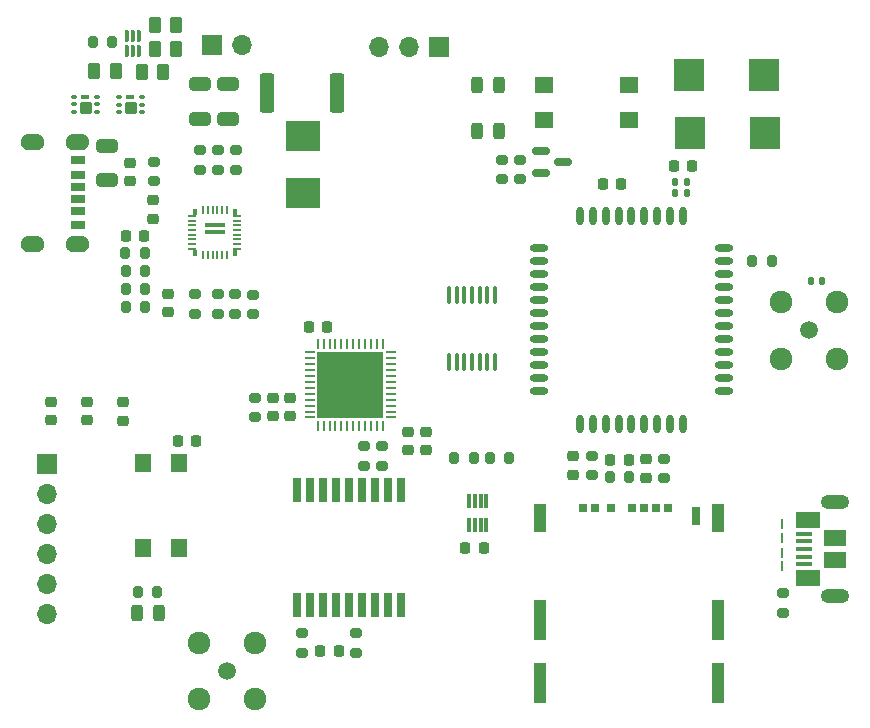
<source format=gbr>
%TF.GenerationSoftware,KiCad,Pcbnew,(6.0.2)*%
%TF.CreationDate,2022-09-17T14:06:51-08:00*%
%TF.ProjectId,HERTZ200,48455254-5a32-4303-902e-6b696361645f,VERSION 1*%
%TF.SameCoordinates,Original*%
%TF.FileFunction,Soldermask,Top*%
%TF.FilePolarity,Negative*%
%FSLAX46Y46*%
G04 Gerber Fmt 4.6, Leading zero omitted, Abs format (unit mm)*
G04 Created by KiCad (PCBNEW (6.0.2)) date 2022-09-17 14:06:51*
%MOMM*%
%LPD*%
G01*
G04 APERTURE LIST*
G04 Aperture macros list*
%AMRoundRect*
0 Rectangle with rounded corners*
0 $1 Rounding radius*
0 $2 $3 $4 $5 $6 $7 $8 $9 X,Y pos of 4 corners*
0 Add a 4 corners polygon primitive as box body*
4,1,4,$2,$3,$4,$5,$6,$7,$8,$9,$2,$3,0*
0 Add four circle primitives for the rounded corners*
1,1,$1+$1,$2,$3*
1,1,$1+$1,$4,$5*
1,1,$1+$1,$6,$7*
1,1,$1+$1,$8,$9*
0 Add four rect primitives between the rounded corners*
20,1,$1+$1,$2,$3,$4,$5,0*
20,1,$1+$1,$4,$5,$6,$7,0*
20,1,$1+$1,$6,$7,$8,$9,0*
20,1,$1+$1,$8,$9,$2,$3,0*%
G04 Aperture macros list end*
%ADD10C,0.010000*%
%ADD11RoundRect,0.200000X0.275000X-0.200000X0.275000X0.200000X-0.275000X0.200000X-0.275000X-0.200000X0*%
%ADD12R,0.200000X0.940000*%
%ADD13R,0.700000X2.000000*%
%ADD14RoundRect,0.225000X0.250000X-0.225000X0.250000X0.225000X-0.250000X0.225000X-0.250000X-0.225000X0*%
%ADD15RoundRect,0.225000X-0.250000X0.225000X-0.250000X-0.225000X0.250000X-0.225000X0.250000X0.225000X0*%
%ADD16RoundRect,0.200000X0.200000X0.275000X-0.200000X0.275000X-0.200000X-0.275000X0.200000X-0.275000X0*%
%ADD17RoundRect,0.250000X-0.650000X0.325000X-0.650000X-0.325000X0.650000X-0.325000X0.650000X0.325000X0*%
%ADD18RoundRect,0.200000X-0.200000X-0.275000X0.200000X-0.275000X0.200000X0.275000X-0.200000X0.275000X0*%
%ADD19RoundRect,0.050100X0.174900X0.099900X-0.174900X0.099900X-0.174900X-0.099900X0.174900X-0.099900X0*%
%ADD20RoundRect,0.050100X0.324900X0.099900X-0.324900X0.099900X-0.324900X-0.099900X0.324900X-0.099900X0*%
%ADD21RoundRect,0.050350X0.449650X0.424650X-0.449650X0.424650X-0.449650X-0.424650X0.449650X-0.424650X0*%
%ADD22RoundRect,0.140000X-0.140000X-0.170000X0.140000X-0.170000X0.140000X0.170000X-0.140000X0.170000X0*%
%ADD23RoundRect,0.250000X0.362500X1.425000X-0.362500X1.425000X-0.362500X-1.425000X0.362500X-1.425000X0*%
%ADD24RoundRect,0.250000X0.262500X0.450000X-0.262500X0.450000X-0.262500X-0.450000X0.262500X-0.450000X0*%
%ADD25C,1.508000*%
%ADD26C,1.920000*%
%ADD27RoundRect,0.225000X-0.225000X-0.250000X0.225000X-0.250000X0.225000X0.250000X-0.225000X0.250000X0*%
%ADD28RoundRect,0.200000X-0.275000X0.200000X-0.275000X-0.200000X0.275000X-0.200000X0.275000X0.200000X0*%
%ADD29RoundRect,0.218750X-0.256250X0.218750X-0.256250X-0.218750X0.256250X-0.218750X0.256250X0.218750X0*%
%ADD30R,0.800000X0.200000*%
%ADD31R,0.400000X0.500000*%
%ADD32R,0.200000X0.800000*%
%ADD33R,1.800000X0.300000*%
%ADD34RoundRect,0.225000X0.225000X0.250000X-0.225000X0.250000X-0.225000X-0.250000X0.225000X-0.250000X0*%
%ADD35R,2.550000X2.700000*%
%ADD36R,0.700000X0.700000*%
%ADD37R,0.800000X1.500000*%
%ADD38R,1.000000X3.400001*%
%ADD39R,1.000000X2.400000*%
%ADD40R,3.000000X2.500000*%
%ADD41RoundRect,0.008100X0.126900X-0.461900X0.126900X0.461900X-0.126900X0.461900X-0.126900X-0.461900X0*%
%ADD42O,1.600000X0.600000*%
%ADD43O,0.600000X1.600000*%
%ADD44RoundRect,0.250000X-0.262500X-0.450000X0.262500X-0.450000X0.262500X0.450000X-0.262500X0.450000X0*%
%ADD45R,1.600000X1.400000*%
%ADD46R,1.700000X1.700000*%
%ADD47O,1.700000X1.700000*%
%ADD48RoundRect,0.100000X-0.100000X0.637500X-0.100000X-0.637500X0.100000X-0.637500X0.100000X0.637500X0*%
%ADD49RoundRect,0.150000X-0.587500X-0.150000X0.587500X-0.150000X0.587500X0.150000X-0.587500X0.150000X0*%
%ADD50RoundRect,0.243750X-0.243750X-0.456250X0.243750X-0.456250X0.243750X0.456250X-0.243750X0.456250X0*%
%ADD51RoundRect,0.062500X-0.375000X-0.062500X0.375000X-0.062500X0.375000X0.062500X-0.375000X0.062500X0*%
%ADD52RoundRect,0.062500X-0.062500X-0.375000X0.062500X-0.375000X0.062500X0.375000X-0.062500X0.375000X0*%
%ADD53R,5.600000X5.600000*%
%ADD54RoundRect,0.147500X-0.147500X-0.172500X0.147500X-0.172500X0.147500X0.172500X-0.147500X0.172500X0*%
%ADD55R,1.380000X0.450000*%
%ADD56O,2.416000X1.208000*%
%ADD57R,2.100000X1.475000*%
%ADD58R,1.900000X1.375000*%
%ADD59R,0.300000X1.200000*%
%ADD60R,1.200000X0.700000*%
%ADD61R,1.200000X0.760000*%
%ADD62R,1.200000X0.800000*%
%ADD63RoundRect,0.218750X0.218750X0.256250X-0.218750X0.256250X-0.218750X-0.256250X0.218750X-0.256250X0*%
%ADD64R,1.400000X1.600000*%
G04 APERTURE END LIST*
D10*
%TO.C,J8*%
X37559788Y-39291800D02*
X37558788Y-39257800D01*
X37558788Y-39257800D02*
X37555788Y-39223800D01*
X37555788Y-39223800D02*
X37551788Y-39189800D01*
X37551788Y-39189800D02*
X37545788Y-39156800D01*
X37545788Y-39156800D02*
X37537788Y-39123800D01*
X37537788Y-39123800D02*
X37527788Y-39090800D01*
X37527788Y-39090800D02*
X37516788Y-39058800D01*
X37516788Y-39058800D02*
X37503788Y-39027800D01*
X37503788Y-39027800D02*
X37488788Y-38996800D01*
X37488788Y-38996800D02*
X37472788Y-38966800D01*
X37472788Y-38966800D02*
X37454788Y-38937800D01*
X37454788Y-38937800D02*
X37435788Y-38909800D01*
X37435788Y-38909800D02*
X37414788Y-38882800D01*
X37414788Y-38882800D02*
X37392788Y-38856800D01*
X37392788Y-38856800D02*
X37369788Y-38831800D01*
X37369788Y-38831800D02*
X37344788Y-38808800D01*
X37344788Y-38808800D02*
X37318788Y-38786800D01*
X37318788Y-38786800D02*
X37291788Y-38765800D01*
X37291788Y-38765800D02*
X37263788Y-38746800D01*
X37263788Y-38746800D02*
X37234788Y-38728800D01*
X37234788Y-38728800D02*
X37204788Y-38712800D01*
X37204788Y-38712800D02*
X37173788Y-38697800D01*
X37173788Y-38697800D02*
X37142788Y-38684800D01*
X37142788Y-38684800D02*
X37110788Y-38673800D01*
X37110788Y-38673800D02*
X37077788Y-38663800D01*
X37077788Y-38663800D02*
X37044788Y-38655800D01*
X37044788Y-38655800D02*
X37011788Y-38649800D01*
X37011788Y-38649800D02*
X36977788Y-38645800D01*
X36977788Y-38645800D02*
X36943788Y-38642800D01*
X36943788Y-38642800D02*
X36909788Y-38641800D01*
X36909788Y-38641800D02*
X36309788Y-38641800D01*
X36309788Y-38641800D02*
X36275788Y-38642800D01*
X36275788Y-38642800D02*
X36241788Y-38645800D01*
X36241788Y-38645800D02*
X36207788Y-38649800D01*
X36207788Y-38649800D02*
X36174788Y-38655800D01*
X36174788Y-38655800D02*
X36141788Y-38663800D01*
X36141788Y-38663800D02*
X36108788Y-38673800D01*
X36108788Y-38673800D02*
X36076788Y-38684800D01*
X36076788Y-38684800D02*
X36045788Y-38697800D01*
X36045788Y-38697800D02*
X36014788Y-38712800D01*
X36014788Y-38712800D02*
X35984788Y-38728800D01*
X35984788Y-38728800D02*
X35955788Y-38746800D01*
X35955788Y-38746800D02*
X35927788Y-38765800D01*
X35927788Y-38765800D02*
X35900788Y-38786800D01*
X35900788Y-38786800D02*
X35874788Y-38808800D01*
X35874788Y-38808800D02*
X35849788Y-38831800D01*
X35849788Y-38831800D02*
X35826788Y-38856800D01*
X35826788Y-38856800D02*
X35804788Y-38882800D01*
X35804788Y-38882800D02*
X35783788Y-38909800D01*
X35783788Y-38909800D02*
X35764788Y-38937800D01*
X35764788Y-38937800D02*
X35746788Y-38966800D01*
X35746788Y-38966800D02*
X35730788Y-38996800D01*
X35730788Y-38996800D02*
X35715788Y-39027800D01*
X35715788Y-39027800D02*
X35702788Y-39058800D01*
X35702788Y-39058800D02*
X35691788Y-39090800D01*
X35691788Y-39090800D02*
X35681788Y-39123800D01*
X35681788Y-39123800D02*
X35673788Y-39156800D01*
X35673788Y-39156800D02*
X35667788Y-39189800D01*
X35667788Y-39189800D02*
X35663788Y-39223800D01*
X35663788Y-39223800D02*
X35660788Y-39257800D01*
X35660788Y-39257800D02*
X35659788Y-39291800D01*
X35659788Y-39291800D02*
X35660788Y-39325800D01*
X35660788Y-39325800D02*
X35663788Y-39359800D01*
X35663788Y-39359800D02*
X35667788Y-39393800D01*
X35667788Y-39393800D02*
X35673788Y-39426800D01*
X35673788Y-39426800D02*
X35681788Y-39459800D01*
X35681788Y-39459800D02*
X35691788Y-39492800D01*
X35691788Y-39492800D02*
X35702788Y-39524800D01*
X35702788Y-39524800D02*
X35715788Y-39555800D01*
X35715788Y-39555800D02*
X35730788Y-39586800D01*
X35730788Y-39586800D02*
X35746788Y-39616800D01*
X35746788Y-39616800D02*
X35764788Y-39645800D01*
X35764788Y-39645800D02*
X35783788Y-39673800D01*
X35783788Y-39673800D02*
X35804788Y-39700800D01*
X35804788Y-39700800D02*
X35826788Y-39726800D01*
X35826788Y-39726800D02*
X35849788Y-39751800D01*
X35849788Y-39751800D02*
X35874788Y-39774800D01*
X35874788Y-39774800D02*
X35900788Y-39796800D01*
X35900788Y-39796800D02*
X35927788Y-39817800D01*
X35927788Y-39817800D02*
X35955788Y-39836800D01*
X35955788Y-39836800D02*
X35984788Y-39854800D01*
X35984788Y-39854800D02*
X36014788Y-39870800D01*
X36014788Y-39870800D02*
X36045788Y-39885800D01*
X36045788Y-39885800D02*
X36076788Y-39898800D01*
X36076788Y-39898800D02*
X36108788Y-39909800D01*
X36108788Y-39909800D02*
X36141788Y-39919800D01*
X36141788Y-39919800D02*
X36174788Y-39927800D01*
X36174788Y-39927800D02*
X36207788Y-39933800D01*
X36207788Y-39933800D02*
X36241788Y-39937800D01*
X36241788Y-39937800D02*
X36275788Y-39940800D01*
X36275788Y-39940800D02*
X36309788Y-39941800D01*
X36309788Y-39941800D02*
X36909788Y-39941800D01*
X36909788Y-39941800D02*
X36943788Y-39940800D01*
X36943788Y-39940800D02*
X36977788Y-39937800D01*
X36977788Y-39937800D02*
X37011788Y-39933800D01*
X37011788Y-39933800D02*
X37044788Y-39927800D01*
X37044788Y-39927800D02*
X37077788Y-39919800D01*
X37077788Y-39919800D02*
X37110788Y-39909800D01*
X37110788Y-39909800D02*
X37142788Y-39898800D01*
X37142788Y-39898800D02*
X37173788Y-39885800D01*
X37173788Y-39885800D02*
X37204788Y-39870800D01*
X37204788Y-39870800D02*
X37234788Y-39854800D01*
X37234788Y-39854800D02*
X37263788Y-39836800D01*
X37263788Y-39836800D02*
X37291788Y-39817800D01*
X37291788Y-39817800D02*
X37318788Y-39796800D01*
X37318788Y-39796800D02*
X37344788Y-39774800D01*
X37344788Y-39774800D02*
X37369788Y-39751800D01*
X37369788Y-39751800D02*
X37392788Y-39726800D01*
X37392788Y-39726800D02*
X37414788Y-39700800D01*
X37414788Y-39700800D02*
X37435788Y-39673800D01*
X37435788Y-39673800D02*
X37454788Y-39645800D01*
X37454788Y-39645800D02*
X37472788Y-39616800D01*
X37472788Y-39616800D02*
X37488788Y-39586800D01*
X37488788Y-39586800D02*
X37503788Y-39555800D01*
X37503788Y-39555800D02*
X37516788Y-39524800D01*
X37516788Y-39524800D02*
X37527788Y-39492800D01*
X37527788Y-39492800D02*
X37537788Y-39459800D01*
X37537788Y-39459800D02*
X37545788Y-39426800D01*
X37545788Y-39426800D02*
X37551788Y-39393800D01*
X37551788Y-39393800D02*
X37555788Y-39359800D01*
X37555788Y-39359800D02*
X37558788Y-39325800D01*
X37558788Y-39325800D02*
X37559788Y-39291800D01*
X37559788Y-39291800D02*
X37559788Y-39291800D01*
G36*
X36943788Y-38642800D02*
G01*
X36977788Y-38645800D01*
X37011788Y-38649800D01*
X37044788Y-38655800D01*
X37077788Y-38663800D01*
X37110788Y-38673800D01*
X37142788Y-38684800D01*
X37173788Y-38697800D01*
X37204788Y-38712800D01*
X37234788Y-38728800D01*
X37263788Y-38746800D01*
X37291788Y-38765800D01*
X37318788Y-38786800D01*
X37344788Y-38808800D01*
X37369788Y-38831800D01*
X37392788Y-38856800D01*
X37414788Y-38882800D01*
X37435788Y-38909800D01*
X37454788Y-38937800D01*
X37472788Y-38966800D01*
X37488788Y-38996800D01*
X37503788Y-39027800D01*
X37516788Y-39058800D01*
X37527788Y-39090800D01*
X37537788Y-39123800D01*
X37545788Y-39156800D01*
X37551788Y-39189800D01*
X37555788Y-39223800D01*
X37558788Y-39257800D01*
X37559788Y-39291800D01*
X37558788Y-39325800D01*
X37555788Y-39359800D01*
X37551788Y-39393800D01*
X37545788Y-39426800D01*
X37537788Y-39459800D01*
X37527788Y-39492800D01*
X37516788Y-39524800D01*
X37503788Y-39555800D01*
X37488788Y-39586800D01*
X37472788Y-39616800D01*
X37454788Y-39645800D01*
X37435788Y-39673800D01*
X37414788Y-39700800D01*
X37392788Y-39726800D01*
X37369788Y-39751800D01*
X37344788Y-39774800D01*
X37318788Y-39796800D01*
X37291788Y-39817800D01*
X37263788Y-39836800D01*
X37234788Y-39854800D01*
X37204788Y-39870800D01*
X37173788Y-39885800D01*
X37142788Y-39898800D01*
X37110788Y-39909800D01*
X37077788Y-39919800D01*
X37044788Y-39927800D01*
X37011788Y-39933800D01*
X36977788Y-39937800D01*
X36943788Y-39940800D01*
X36909788Y-39941800D01*
X36309788Y-39941800D01*
X36275788Y-39940800D01*
X36241788Y-39937800D01*
X36207788Y-39933800D01*
X36174788Y-39927800D01*
X36141788Y-39919800D01*
X36108788Y-39909800D01*
X36076788Y-39898800D01*
X36045788Y-39885800D01*
X36014788Y-39870800D01*
X35984788Y-39854800D01*
X35955788Y-39836800D01*
X35927788Y-39817800D01*
X35900788Y-39796800D01*
X35874788Y-39774800D01*
X35849788Y-39751800D01*
X35826788Y-39726800D01*
X35804788Y-39700800D01*
X35783788Y-39673800D01*
X35764788Y-39645800D01*
X35746788Y-39616800D01*
X35730788Y-39586800D01*
X35715788Y-39555800D01*
X35702788Y-39524800D01*
X35691788Y-39492800D01*
X35681788Y-39459800D01*
X35673788Y-39426800D01*
X35667788Y-39393800D01*
X35663788Y-39359800D01*
X35660788Y-39325800D01*
X35659788Y-39291800D01*
X35660788Y-39257800D01*
X35663788Y-39223800D01*
X35667788Y-39189800D01*
X35673788Y-39156800D01*
X35681788Y-39123800D01*
X35691788Y-39090800D01*
X35702788Y-39058800D01*
X35715788Y-39027800D01*
X35730788Y-38996800D01*
X35746788Y-38966800D01*
X35764788Y-38937800D01*
X35783788Y-38909800D01*
X35804788Y-38882800D01*
X35826788Y-38856800D01*
X35849788Y-38831800D01*
X35874788Y-38808800D01*
X35900788Y-38786800D01*
X35927788Y-38765800D01*
X35955788Y-38746800D01*
X35984788Y-38728800D01*
X36014788Y-38712800D01*
X36045788Y-38697800D01*
X36076788Y-38684800D01*
X36108788Y-38673800D01*
X36141788Y-38663800D01*
X36174788Y-38655800D01*
X36207788Y-38649800D01*
X36241788Y-38645800D01*
X36275788Y-38642800D01*
X36309788Y-38641800D01*
X36909788Y-38641800D01*
X36943788Y-38642800D01*
G37*
X36943788Y-38642800D02*
X36977788Y-38645800D01*
X37011788Y-38649800D01*
X37044788Y-38655800D01*
X37077788Y-38663800D01*
X37110788Y-38673800D01*
X37142788Y-38684800D01*
X37173788Y-38697800D01*
X37204788Y-38712800D01*
X37234788Y-38728800D01*
X37263788Y-38746800D01*
X37291788Y-38765800D01*
X37318788Y-38786800D01*
X37344788Y-38808800D01*
X37369788Y-38831800D01*
X37392788Y-38856800D01*
X37414788Y-38882800D01*
X37435788Y-38909800D01*
X37454788Y-38937800D01*
X37472788Y-38966800D01*
X37488788Y-38996800D01*
X37503788Y-39027800D01*
X37516788Y-39058800D01*
X37527788Y-39090800D01*
X37537788Y-39123800D01*
X37545788Y-39156800D01*
X37551788Y-39189800D01*
X37555788Y-39223800D01*
X37558788Y-39257800D01*
X37559788Y-39291800D01*
X37558788Y-39325800D01*
X37555788Y-39359800D01*
X37551788Y-39393800D01*
X37545788Y-39426800D01*
X37537788Y-39459800D01*
X37527788Y-39492800D01*
X37516788Y-39524800D01*
X37503788Y-39555800D01*
X37488788Y-39586800D01*
X37472788Y-39616800D01*
X37454788Y-39645800D01*
X37435788Y-39673800D01*
X37414788Y-39700800D01*
X37392788Y-39726800D01*
X37369788Y-39751800D01*
X37344788Y-39774800D01*
X37318788Y-39796800D01*
X37291788Y-39817800D01*
X37263788Y-39836800D01*
X37234788Y-39854800D01*
X37204788Y-39870800D01*
X37173788Y-39885800D01*
X37142788Y-39898800D01*
X37110788Y-39909800D01*
X37077788Y-39919800D01*
X37044788Y-39927800D01*
X37011788Y-39933800D01*
X36977788Y-39937800D01*
X36943788Y-39940800D01*
X36909788Y-39941800D01*
X36309788Y-39941800D01*
X36275788Y-39940800D01*
X36241788Y-39937800D01*
X36207788Y-39933800D01*
X36174788Y-39927800D01*
X36141788Y-39919800D01*
X36108788Y-39909800D01*
X36076788Y-39898800D01*
X36045788Y-39885800D01*
X36014788Y-39870800D01*
X35984788Y-39854800D01*
X35955788Y-39836800D01*
X35927788Y-39817800D01*
X35900788Y-39796800D01*
X35874788Y-39774800D01*
X35849788Y-39751800D01*
X35826788Y-39726800D01*
X35804788Y-39700800D01*
X35783788Y-39673800D01*
X35764788Y-39645800D01*
X35746788Y-39616800D01*
X35730788Y-39586800D01*
X35715788Y-39555800D01*
X35702788Y-39524800D01*
X35691788Y-39492800D01*
X35681788Y-39459800D01*
X35673788Y-39426800D01*
X35667788Y-39393800D01*
X35663788Y-39359800D01*
X35660788Y-39325800D01*
X35659788Y-39291800D01*
X35660788Y-39257800D01*
X35663788Y-39223800D01*
X35667788Y-39189800D01*
X35673788Y-39156800D01*
X35681788Y-39123800D01*
X35691788Y-39090800D01*
X35702788Y-39058800D01*
X35715788Y-39027800D01*
X35730788Y-38996800D01*
X35746788Y-38966800D01*
X35764788Y-38937800D01*
X35783788Y-38909800D01*
X35804788Y-38882800D01*
X35826788Y-38856800D01*
X35849788Y-38831800D01*
X35874788Y-38808800D01*
X35900788Y-38786800D01*
X35927788Y-38765800D01*
X35955788Y-38746800D01*
X35984788Y-38728800D01*
X36014788Y-38712800D01*
X36045788Y-38697800D01*
X36076788Y-38684800D01*
X36108788Y-38673800D01*
X36141788Y-38663800D01*
X36174788Y-38655800D01*
X36207788Y-38649800D01*
X36241788Y-38645800D01*
X36275788Y-38642800D01*
X36309788Y-38641800D01*
X36909788Y-38641800D01*
X36943788Y-38642800D01*
X33759788Y-47931800D02*
X33758788Y-47897800D01*
X33758788Y-47897800D02*
X33755788Y-47863800D01*
X33755788Y-47863800D02*
X33751788Y-47829800D01*
X33751788Y-47829800D02*
X33745788Y-47796800D01*
X33745788Y-47796800D02*
X33737788Y-47763800D01*
X33737788Y-47763800D02*
X33727788Y-47730800D01*
X33727788Y-47730800D02*
X33716788Y-47698800D01*
X33716788Y-47698800D02*
X33703788Y-47667800D01*
X33703788Y-47667800D02*
X33688788Y-47636800D01*
X33688788Y-47636800D02*
X33672788Y-47606800D01*
X33672788Y-47606800D02*
X33654788Y-47577800D01*
X33654788Y-47577800D02*
X33635788Y-47549800D01*
X33635788Y-47549800D02*
X33614788Y-47522800D01*
X33614788Y-47522800D02*
X33592788Y-47496800D01*
X33592788Y-47496800D02*
X33569788Y-47471800D01*
X33569788Y-47471800D02*
X33544788Y-47448800D01*
X33544788Y-47448800D02*
X33518788Y-47426800D01*
X33518788Y-47426800D02*
X33491788Y-47405800D01*
X33491788Y-47405800D02*
X33463788Y-47386800D01*
X33463788Y-47386800D02*
X33434788Y-47368800D01*
X33434788Y-47368800D02*
X33404788Y-47352800D01*
X33404788Y-47352800D02*
X33373788Y-47337800D01*
X33373788Y-47337800D02*
X33342788Y-47324800D01*
X33342788Y-47324800D02*
X33310788Y-47313800D01*
X33310788Y-47313800D02*
X33277788Y-47303800D01*
X33277788Y-47303800D02*
X33244788Y-47295800D01*
X33244788Y-47295800D02*
X33211788Y-47289800D01*
X33211788Y-47289800D02*
X33177788Y-47285800D01*
X33177788Y-47285800D02*
X33143788Y-47282800D01*
X33143788Y-47282800D02*
X33109788Y-47281800D01*
X33109788Y-47281800D02*
X32509788Y-47281800D01*
X32509788Y-47281800D02*
X32475788Y-47282800D01*
X32475788Y-47282800D02*
X32441788Y-47285800D01*
X32441788Y-47285800D02*
X32407788Y-47289800D01*
X32407788Y-47289800D02*
X32374788Y-47295800D01*
X32374788Y-47295800D02*
X32341788Y-47303800D01*
X32341788Y-47303800D02*
X32308788Y-47313800D01*
X32308788Y-47313800D02*
X32276788Y-47324800D01*
X32276788Y-47324800D02*
X32245788Y-47337800D01*
X32245788Y-47337800D02*
X32214788Y-47352800D01*
X32214788Y-47352800D02*
X32184788Y-47368800D01*
X32184788Y-47368800D02*
X32155788Y-47386800D01*
X32155788Y-47386800D02*
X32127788Y-47405800D01*
X32127788Y-47405800D02*
X32100788Y-47426800D01*
X32100788Y-47426800D02*
X32074788Y-47448800D01*
X32074788Y-47448800D02*
X32049788Y-47471800D01*
X32049788Y-47471800D02*
X32026788Y-47496800D01*
X32026788Y-47496800D02*
X32004788Y-47522800D01*
X32004788Y-47522800D02*
X31983788Y-47549800D01*
X31983788Y-47549800D02*
X31964788Y-47577800D01*
X31964788Y-47577800D02*
X31946788Y-47606800D01*
X31946788Y-47606800D02*
X31930788Y-47636800D01*
X31930788Y-47636800D02*
X31915788Y-47667800D01*
X31915788Y-47667800D02*
X31902788Y-47698800D01*
X31902788Y-47698800D02*
X31891788Y-47730800D01*
X31891788Y-47730800D02*
X31881788Y-47763800D01*
X31881788Y-47763800D02*
X31873788Y-47796800D01*
X31873788Y-47796800D02*
X31867788Y-47829800D01*
X31867788Y-47829800D02*
X31863788Y-47863800D01*
X31863788Y-47863800D02*
X31860788Y-47897800D01*
X31860788Y-47897800D02*
X31859788Y-47931800D01*
X31859788Y-47931800D02*
X31860788Y-47965800D01*
X31860788Y-47965800D02*
X31863788Y-47999800D01*
X31863788Y-47999800D02*
X31867788Y-48033800D01*
X31867788Y-48033800D02*
X31873788Y-48066800D01*
X31873788Y-48066800D02*
X31881788Y-48099800D01*
X31881788Y-48099800D02*
X31891788Y-48132800D01*
X31891788Y-48132800D02*
X31902788Y-48164800D01*
X31902788Y-48164800D02*
X31915788Y-48195800D01*
X31915788Y-48195800D02*
X31930788Y-48226800D01*
X31930788Y-48226800D02*
X31946788Y-48256800D01*
X31946788Y-48256800D02*
X31964788Y-48285800D01*
X31964788Y-48285800D02*
X31983788Y-48313800D01*
X31983788Y-48313800D02*
X32004788Y-48340800D01*
X32004788Y-48340800D02*
X32026788Y-48366800D01*
X32026788Y-48366800D02*
X32049788Y-48391800D01*
X32049788Y-48391800D02*
X32074788Y-48414800D01*
X32074788Y-48414800D02*
X32100788Y-48436800D01*
X32100788Y-48436800D02*
X32127788Y-48457800D01*
X32127788Y-48457800D02*
X32155788Y-48476800D01*
X32155788Y-48476800D02*
X32184788Y-48494800D01*
X32184788Y-48494800D02*
X32214788Y-48510800D01*
X32214788Y-48510800D02*
X32245788Y-48525800D01*
X32245788Y-48525800D02*
X32276788Y-48538800D01*
X32276788Y-48538800D02*
X32308788Y-48549800D01*
X32308788Y-48549800D02*
X32341788Y-48559800D01*
X32341788Y-48559800D02*
X32374788Y-48567800D01*
X32374788Y-48567800D02*
X32407788Y-48573800D01*
X32407788Y-48573800D02*
X32441788Y-48577800D01*
X32441788Y-48577800D02*
X32475788Y-48580800D01*
X32475788Y-48580800D02*
X32509788Y-48581800D01*
X32509788Y-48581800D02*
X33109788Y-48581800D01*
X33109788Y-48581800D02*
X33143788Y-48580800D01*
X33143788Y-48580800D02*
X33177788Y-48577800D01*
X33177788Y-48577800D02*
X33211788Y-48573800D01*
X33211788Y-48573800D02*
X33244788Y-48567800D01*
X33244788Y-48567800D02*
X33277788Y-48559800D01*
X33277788Y-48559800D02*
X33310788Y-48549800D01*
X33310788Y-48549800D02*
X33342788Y-48538800D01*
X33342788Y-48538800D02*
X33373788Y-48525800D01*
X33373788Y-48525800D02*
X33404788Y-48510800D01*
X33404788Y-48510800D02*
X33434788Y-48494800D01*
X33434788Y-48494800D02*
X33463788Y-48476800D01*
X33463788Y-48476800D02*
X33491788Y-48457800D01*
X33491788Y-48457800D02*
X33518788Y-48436800D01*
X33518788Y-48436800D02*
X33544788Y-48414800D01*
X33544788Y-48414800D02*
X33569788Y-48391800D01*
X33569788Y-48391800D02*
X33592788Y-48366800D01*
X33592788Y-48366800D02*
X33614788Y-48340800D01*
X33614788Y-48340800D02*
X33635788Y-48313800D01*
X33635788Y-48313800D02*
X33654788Y-48285800D01*
X33654788Y-48285800D02*
X33672788Y-48256800D01*
X33672788Y-48256800D02*
X33688788Y-48226800D01*
X33688788Y-48226800D02*
X33703788Y-48195800D01*
X33703788Y-48195800D02*
X33716788Y-48164800D01*
X33716788Y-48164800D02*
X33727788Y-48132800D01*
X33727788Y-48132800D02*
X33737788Y-48099800D01*
X33737788Y-48099800D02*
X33745788Y-48066800D01*
X33745788Y-48066800D02*
X33751788Y-48033800D01*
X33751788Y-48033800D02*
X33755788Y-47999800D01*
X33755788Y-47999800D02*
X33758788Y-47965800D01*
X33758788Y-47965800D02*
X33759788Y-47931800D01*
X33759788Y-47931800D02*
X33759788Y-47931800D01*
G36*
X33143788Y-47282800D02*
G01*
X33177788Y-47285800D01*
X33211788Y-47289800D01*
X33244788Y-47295800D01*
X33277788Y-47303800D01*
X33310788Y-47313800D01*
X33342788Y-47324800D01*
X33373788Y-47337800D01*
X33404788Y-47352800D01*
X33434788Y-47368800D01*
X33463788Y-47386800D01*
X33491788Y-47405800D01*
X33518788Y-47426800D01*
X33544788Y-47448800D01*
X33569788Y-47471800D01*
X33592788Y-47496800D01*
X33614788Y-47522800D01*
X33635788Y-47549800D01*
X33654788Y-47577800D01*
X33672788Y-47606800D01*
X33688788Y-47636800D01*
X33703788Y-47667800D01*
X33716788Y-47698800D01*
X33727788Y-47730800D01*
X33737788Y-47763800D01*
X33745788Y-47796800D01*
X33751788Y-47829800D01*
X33755788Y-47863800D01*
X33758788Y-47897800D01*
X33759788Y-47931800D01*
X33758788Y-47965800D01*
X33755788Y-47999800D01*
X33751788Y-48033800D01*
X33745788Y-48066800D01*
X33737788Y-48099800D01*
X33727788Y-48132800D01*
X33716788Y-48164800D01*
X33703788Y-48195800D01*
X33688788Y-48226800D01*
X33672788Y-48256800D01*
X33654788Y-48285800D01*
X33635788Y-48313800D01*
X33614788Y-48340800D01*
X33592788Y-48366800D01*
X33569788Y-48391800D01*
X33544788Y-48414800D01*
X33518788Y-48436800D01*
X33491788Y-48457800D01*
X33463788Y-48476800D01*
X33434788Y-48494800D01*
X33404788Y-48510800D01*
X33373788Y-48525800D01*
X33342788Y-48538800D01*
X33310788Y-48549800D01*
X33277788Y-48559800D01*
X33244788Y-48567800D01*
X33211788Y-48573800D01*
X33177788Y-48577800D01*
X33143788Y-48580800D01*
X33109788Y-48581800D01*
X32509788Y-48581800D01*
X32475788Y-48580800D01*
X32441788Y-48577800D01*
X32407788Y-48573800D01*
X32374788Y-48567800D01*
X32341788Y-48559800D01*
X32308788Y-48549800D01*
X32276788Y-48538800D01*
X32245788Y-48525800D01*
X32214788Y-48510800D01*
X32184788Y-48494800D01*
X32155788Y-48476800D01*
X32127788Y-48457800D01*
X32100788Y-48436800D01*
X32074788Y-48414800D01*
X32049788Y-48391800D01*
X32026788Y-48366800D01*
X32004788Y-48340800D01*
X31983788Y-48313800D01*
X31964788Y-48285800D01*
X31946788Y-48256800D01*
X31930788Y-48226800D01*
X31915788Y-48195800D01*
X31902788Y-48164800D01*
X31891788Y-48132800D01*
X31881788Y-48099800D01*
X31873788Y-48066800D01*
X31867788Y-48033800D01*
X31863788Y-47999800D01*
X31860788Y-47965800D01*
X31859788Y-47931800D01*
X31860788Y-47897800D01*
X31863788Y-47863800D01*
X31867788Y-47829800D01*
X31873788Y-47796800D01*
X31881788Y-47763800D01*
X31891788Y-47730800D01*
X31902788Y-47698800D01*
X31915788Y-47667800D01*
X31930788Y-47636800D01*
X31946788Y-47606800D01*
X31964788Y-47577800D01*
X31983788Y-47549800D01*
X32004788Y-47522800D01*
X32026788Y-47496800D01*
X32049788Y-47471800D01*
X32074788Y-47448800D01*
X32100788Y-47426800D01*
X32127788Y-47405800D01*
X32155788Y-47386800D01*
X32184788Y-47368800D01*
X32214788Y-47352800D01*
X32245788Y-47337800D01*
X32276788Y-47324800D01*
X32308788Y-47313800D01*
X32341788Y-47303800D01*
X32374788Y-47295800D01*
X32407788Y-47289800D01*
X32441788Y-47285800D01*
X32475788Y-47282800D01*
X32509788Y-47281800D01*
X33109788Y-47281800D01*
X33143788Y-47282800D01*
G37*
X33143788Y-47282800D02*
X33177788Y-47285800D01*
X33211788Y-47289800D01*
X33244788Y-47295800D01*
X33277788Y-47303800D01*
X33310788Y-47313800D01*
X33342788Y-47324800D01*
X33373788Y-47337800D01*
X33404788Y-47352800D01*
X33434788Y-47368800D01*
X33463788Y-47386800D01*
X33491788Y-47405800D01*
X33518788Y-47426800D01*
X33544788Y-47448800D01*
X33569788Y-47471800D01*
X33592788Y-47496800D01*
X33614788Y-47522800D01*
X33635788Y-47549800D01*
X33654788Y-47577800D01*
X33672788Y-47606800D01*
X33688788Y-47636800D01*
X33703788Y-47667800D01*
X33716788Y-47698800D01*
X33727788Y-47730800D01*
X33737788Y-47763800D01*
X33745788Y-47796800D01*
X33751788Y-47829800D01*
X33755788Y-47863800D01*
X33758788Y-47897800D01*
X33759788Y-47931800D01*
X33758788Y-47965800D01*
X33755788Y-47999800D01*
X33751788Y-48033800D01*
X33745788Y-48066800D01*
X33737788Y-48099800D01*
X33727788Y-48132800D01*
X33716788Y-48164800D01*
X33703788Y-48195800D01*
X33688788Y-48226800D01*
X33672788Y-48256800D01*
X33654788Y-48285800D01*
X33635788Y-48313800D01*
X33614788Y-48340800D01*
X33592788Y-48366800D01*
X33569788Y-48391800D01*
X33544788Y-48414800D01*
X33518788Y-48436800D01*
X33491788Y-48457800D01*
X33463788Y-48476800D01*
X33434788Y-48494800D01*
X33404788Y-48510800D01*
X33373788Y-48525800D01*
X33342788Y-48538800D01*
X33310788Y-48549800D01*
X33277788Y-48559800D01*
X33244788Y-48567800D01*
X33211788Y-48573800D01*
X33177788Y-48577800D01*
X33143788Y-48580800D01*
X33109788Y-48581800D01*
X32509788Y-48581800D01*
X32475788Y-48580800D01*
X32441788Y-48577800D01*
X32407788Y-48573800D01*
X32374788Y-48567800D01*
X32341788Y-48559800D01*
X32308788Y-48549800D01*
X32276788Y-48538800D01*
X32245788Y-48525800D01*
X32214788Y-48510800D01*
X32184788Y-48494800D01*
X32155788Y-48476800D01*
X32127788Y-48457800D01*
X32100788Y-48436800D01*
X32074788Y-48414800D01*
X32049788Y-48391800D01*
X32026788Y-48366800D01*
X32004788Y-48340800D01*
X31983788Y-48313800D01*
X31964788Y-48285800D01*
X31946788Y-48256800D01*
X31930788Y-48226800D01*
X31915788Y-48195800D01*
X31902788Y-48164800D01*
X31891788Y-48132800D01*
X31881788Y-48099800D01*
X31873788Y-48066800D01*
X31867788Y-48033800D01*
X31863788Y-47999800D01*
X31860788Y-47965800D01*
X31859788Y-47931800D01*
X31860788Y-47897800D01*
X31863788Y-47863800D01*
X31867788Y-47829800D01*
X31873788Y-47796800D01*
X31881788Y-47763800D01*
X31891788Y-47730800D01*
X31902788Y-47698800D01*
X31915788Y-47667800D01*
X31930788Y-47636800D01*
X31946788Y-47606800D01*
X31964788Y-47577800D01*
X31983788Y-47549800D01*
X32004788Y-47522800D01*
X32026788Y-47496800D01*
X32049788Y-47471800D01*
X32074788Y-47448800D01*
X32100788Y-47426800D01*
X32127788Y-47405800D01*
X32155788Y-47386800D01*
X32184788Y-47368800D01*
X32214788Y-47352800D01*
X32245788Y-47337800D01*
X32276788Y-47324800D01*
X32308788Y-47313800D01*
X32341788Y-47303800D01*
X32374788Y-47295800D01*
X32407788Y-47289800D01*
X32441788Y-47285800D01*
X32475788Y-47282800D01*
X32509788Y-47281800D01*
X33109788Y-47281800D01*
X33143788Y-47282800D01*
X33759788Y-39291800D02*
X33758788Y-39257800D01*
X33758788Y-39257800D02*
X33755788Y-39223800D01*
X33755788Y-39223800D02*
X33751788Y-39189800D01*
X33751788Y-39189800D02*
X33745788Y-39156800D01*
X33745788Y-39156800D02*
X33737788Y-39123800D01*
X33737788Y-39123800D02*
X33727788Y-39090800D01*
X33727788Y-39090800D02*
X33716788Y-39058800D01*
X33716788Y-39058800D02*
X33703788Y-39027800D01*
X33703788Y-39027800D02*
X33688788Y-38996800D01*
X33688788Y-38996800D02*
X33672788Y-38966800D01*
X33672788Y-38966800D02*
X33654788Y-38937800D01*
X33654788Y-38937800D02*
X33635788Y-38909800D01*
X33635788Y-38909800D02*
X33614788Y-38882800D01*
X33614788Y-38882800D02*
X33592788Y-38856800D01*
X33592788Y-38856800D02*
X33569788Y-38831800D01*
X33569788Y-38831800D02*
X33544788Y-38808800D01*
X33544788Y-38808800D02*
X33518788Y-38786800D01*
X33518788Y-38786800D02*
X33491788Y-38765800D01*
X33491788Y-38765800D02*
X33463788Y-38746800D01*
X33463788Y-38746800D02*
X33434788Y-38728800D01*
X33434788Y-38728800D02*
X33404788Y-38712800D01*
X33404788Y-38712800D02*
X33373788Y-38697800D01*
X33373788Y-38697800D02*
X33342788Y-38684800D01*
X33342788Y-38684800D02*
X33310788Y-38673800D01*
X33310788Y-38673800D02*
X33277788Y-38663800D01*
X33277788Y-38663800D02*
X33244788Y-38655800D01*
X33244788Y-38655800D02*
X33211788Y-38649800D01*
X33211788Y-38649800D02*
X33177788Y-38645800D01*
X33177788Y-38645800D02*
X33143788Y-38642800D01*
X33143788Y-38642800D02*
X33109788Y-38641800D01*
X33109788Y-38641800D02*
X32509788Y-38641800D01*
X32509788Y-38641800D02*
X32475788Y-38642800D01*
X32475788Y-38642800D02*
X32441788Y-38645800D01*
X32441788Y-38645800D02*
X32407788Y-38649800D01*
X32407788Y-38649800D02*
X32374788Y-38655800D01*
X32374788Y-38655800D02*
X32341788Y-38663800D01*
X32341788Y-38663800D02*
X32308788Y-38673800D01*
X32308788Y-38673800D02*
X32276788Y-38684800D01*
X32276788Y-38684800D02*
X32245788Y-38697800D01*
X32245788Y-38697800D02*
X32214788Y-38712800D01*
X32214788Y-38712800D02*
X32184788Y-38728800D01*
X32184788Y-38728800D02*
X32155788Y-38746800D01*
X32155788Y-38746800D02*
X32127788Y-38765800D01*
X32127788Y-38765800D02*
X32100788Y-38786800D01*
X32100788Y-38786800D02*
X32074788Y-38808800D01*
X32074788Y-38808800D02*
X32049788Y-38831800D01*
X32049788Y-38831800D02*
X32026788Y-38856800D01*
X32026788Y-38856800D02*
X32004788Y-38882800D01*
X32004788Y-38882800D02*
X31983788Y-38909800D01*
X31983788Y-38909800D02*
X31964788Y-38937800D01*
X31964788Y-38937800D02*
X31946788Y-38966800D01*
X31946788Y-38966800D02*
X31930788Y-38996800D01*
X31930788Y-38996800D02*
X31915788Y-39027800D01*
X31915788Y-39027800D02*
X31902788Y-39058800D01*
X31902788Y-39058800D02*
X31891788Y-39090800D01*
X31891788Y-39090800D02*
X31881788Y-39123800D01*
X31881788Y-39123800D02*
X31873788Y-39156800D01*
X31873788Y-39156800D02*
X31867788Y-39189800D01*
X31867788Y-39189800D02*
X31863788Y-39223800D01*
X31863788Y-39223800D02*
X31860788Y-39257800D01*
X31860788Y-39257800D02*
X31859788Y-39291800D01*
X31859788Y-39291800D02*
X31860788Y-39325800D01*
X31860788Y-39325800D02*
X31863788Y-39359800D01*
X31863788Y-39359800D02*
X31867788Y-39393800D01*
X31867788Y-39393800D02*
X31873788Y-39426800D01*
X31873788Y-39426800D02*
X31881788Y-39459800D01*
X31881788Y-39459800D02*
X31891788Y-39492800D01*
X31891788Y-39492800D02*
X31902788Y-39524800D01*
X31902788Y-39524800D02*
X31915788Y-39555800D01*
X31915788Y-39555800D02*
X31930788Y-39586800D01*
X31930788Y-39586800D02*
X31946788Y-39616800D01*
X31946788Y-39616800D02*
X31964788Y-39645800D01*
X31964788Y-39645800D02*
X31983788Y-39673800D01*
X31983788Y-39673800D02*
X32004788Y-39700800D01*
X32004788Y-39700800D02*
X32026788Y-39726800D01*
X32026788Y-39726800D02*
X32049788Y-39751800D01*
X32049788Y-39751800D02*
X32074788Y-39774800D01*
X32074788Y-39774800D02*
X32100788Y-39796800D01*
X32100788Y-39796800D02*
X32127788Y-39817800D01*
X32127788Y-39817800D02*
X32155788Y-39836800D01*
X32155788Y-39836800D02*
X32184788Y-39854800D01*
X32184788Y-39854800D02*
X32214788Y-39870800D01*
X32214788Y-39870800D02*
X32245788Y-39885800D01*
X32245788Y-39885800D02*
X32276788Y-39898800D01*
X32276788Y-39898800D02*
X32308788Y-39909800D01*
X32308788Y-39909800D02*
X32341788Y-39919800D01*
X32341788Y-39919800D02*
X32374788Y-39927800D01*
X32374788Y-39927800D02*
X32407788Y-39933800D01*
X32407788Y-39933800D02*
X32441788Y-39937800D01*
X32441788Y-39937800D02*
X32475788Y-39940800D01*
X32475788Y-39940800D02*
X32509788Y-39941800D01*
X32509788Y-39941800D02*
X33109788Y-39941800D01*
X33109788Y-39941800D02*
X33143788Y-39940800D01*
X33143788Y-39940800D02*
X33177788Y-39937800D01*
X33177788Y-39937800D02*
X33211788Y-39933800D01*
X33211788Y-39933800D02*
X33244788Y-39927800D01*
X33244788Y-39927800D02*
X33277788Y-39919800D01*
X33277788Y-39919800D02*
X33310788Y-39909800D01*
X33310788Y-39909800D02*
X33342788Y-39898800D01*
X33342788Y-39898800D02*
X33373788Y-39885800D01*
X33373788Y-39885800D02*
X33404788Y-39870800D01*
X33404788Y-39870800D02*
X33434788Y-39854800D01*
X33434788Y-39854800D02*
X33463788Y-39836800D01*
X33463788Y-39836800D02*
X33491788Y-39817800D01*
X33491788Y-39817800D02*
X33518788Y-39796800D01*
X33518788Y-39796800D02*
X33544788Y-39774800D01*
X33544788Y-39774800D02*
X33569788Y-39751800D01*
X33569788Y-39751800D02*
X33592788Y-39726800D01*
X33592788Y-39726800D02*
X33614788Y-39700800D01*
X33614788Y-39700800D02*
X33635788Y-39673800D01*
X33635788Y-39673800D02*
X33654788Y-39645800D01*
X33654788Y-39645800D02*
X33672788Y-39616800D01*
X33672788Y-39616800D02*
X33688788Y-39586800D01*
X33688788Y-39586800D02*
X33703788Y-39555800D01*
X33703788Y-39555800D02*
X33716788Y-39524800D01*
X33716788Y-39524800D02*
X33727788Y-39492800D01*
X33727788Y-39492800D02*
X33737788Y-39459800D01*
X33737788Y-39459800D02*
X33745788Y-39426800D01*
X33745788Y-39426800D02*
X33751788Y-39393800D01*
X33751788Y-39393800D02*
X33755788Y-39359800D01*
X33755788Y-39359800D02*
X33758788Y-39325800D01*
X33758788Y-39325800D02*
X33759788Y-39291800D01*
X33759788Y-39291800D02*
X33759788Y-39291800D01*
G36*
X33143788Y-38642800D02*
G01*
X33177788Y-38645800D01*
X33211788Y-38649800D01*
X33244788Y-38655800D01*
X33277788Y-38663800D01*
X33310788Y-38673800D01*
X33342788Y-38684800D01*
X33373788Y-38697800D01*
X33404788Y-38712800D01*
X33434788Y-38728800D01*
X33463788Y-38746800D01*
X33491788Y-38765800D01*
X33518788Y-38786800D01*
X33544788Y-38808800D01*
X33569788Y-38831800D01*
X33592788Y-38856800D01*
X33614788Y-38882800D01*
X33635788Y-38909800D01*
X33654788Y-38937800D01*
X33672788Y-38966800D01*
X33688788Y-38996800D01*
X33703788Y-39027800D01*
X33716788Y-39058800D01*
X33727788Y-39090800D01*
X33737788Y-39123800D01*
X33745788Y-39156800D01*
X33751788Y-39189800D01*
X33755788Y-39223800D01*
X33758788Y-39257800D01*
X33759788Y-39291800D01*
X33758788Y-39325800D01*
X33755788Y-39359800D01*
X33751788Y-39393800D01*
X33745788Y-39426800D01*
X33737788Y-39459800D01*
X33727788Y-39492800D01*
X33716788Y-39524800D01*
X33703788Y-39555800D01*
X33688788Y-39586800D01*
X33672788Y-39616800D01*
X33654788Y-39645800D01*
X33635788Y-39673800D01*
X33614788Y-39700800D01*
X33592788Y-39726800D01*
X33569788Y-39751800D01*
X33544788Y-39774800D01*
X33518788Y-39796800D01*
X33491788Y-39817800D01*
X33463788Y-39836800D01*
X33434788Y-39854800D01*
X33404788Y-39870800D01*
X33373788Y-39885800D01*
X33342788Y-39898800D01*
X33310788Y-39909800D01*
X33277788Y-39919800D01*
X33244788Y-39927800D01*
X33211788Y-39933800D01*
X33177788Y-39937800D01*
X33143788Y-39940800D01*
X33109788Y-39941800D01*
X32509788Y-39941800D01*
X32475788Y-39940800D01*
X32441788Y-39937800D01*
X32407788Y-39933800D01*
X32374788Y-39927800D01*
X32341788Y-39919800D01*
X32308788Y-39909800D01*
X32276788Y-39898800D01*
X32245788Y-39885800D01*
X32214788Y-39870800D01*
X32184788Y-39854800D01*
X32155788Y-39836800D01*
X32127788Y-39817800D01*
X32100788Y-39796800D01*
X32074788Y-39774800D01*
X32049788Y-39751800D01*
X32026788Y-39726800D01*
X32004788Y-39700800D01*
X31983788Y-39673800D01*
X31964788Y-39645800D01*
X31946788Y-39616800D01*
X31930788Y-39586800D01*
X31915788Y-39555800D01*
X31902788Y-39524800D01*
X31891788Y-39492800D01*
X31881788Y-39459800D01*
X31873788Y-39426800D01*
X31867788Y-39393800D01*
X31863788Y-39359800D01*
X31860788Y-39325800D01*
X31859788Y-39291800D01*
X31860788Y-39257800D01*
X31863788Y-39223800D01*
X31867788Y-39189800D01*
X31873788Y-39156800D01*
X31881788Y-39123800D01*
X31891788Y-39090800D01*
X31902788Y-39058800D01*
X31915788Y-39027800D01*
X31930788Y-38996800D01*
X31946788Y-38966800D01*
X31964788Y-38937800D01*
X31983788Y-38909800D01*
X32004788Y-38882800D01*
X32026788Y-38856800D01*
X32049788Y-38831800D01*
X32074788Y-38808800D01*
X32100788Y-38786800D01*
X32127788Y-38765800D01*
X32155788Y-38746800D01*
X32184788Y-38728800D01*
X32214788Y-38712800D01*
X32245788Y-38697800D01*
X32276788Y-38684800D01*
X32308788Y-38673800D01*
X32341788Y-38663800D01*
X32374788Y-38655800D01*
X32407788Y-38649800D01*
X32441788Y-38645800D01*
X32475788Y-38642800D01*
X32509788Y-38641800D01*
X33109788Y-38641800D01*
X33143788Y-38642800D01*
G37*
X33143788Y-38642800D02*
X33177788Y-38645800D01*
X33211788Y-38649800D01*
X33244788Y-38655800D01*
X33277788Y-38663800D01*
X33310788Y-38673800D01*
X33342788Y-38684800D01*
X33373788Y-38697800D01*
X33404788Y-38712800D01*
X33434788Y-38728800D01*
X33463788Y-38746800D01*
X33491788Y-38765800D01*
X33518788Y-38786800D01*
X33544788Y-38808800D01*
X33569788Y-38831800D01*
X33592788Y-38856800D01*
X33614788Y-38882800D01*
X33635788Y-38909800D01*
X33654788Y-38937800D01*
X33672788Y-38966800D01*
X33688788Y-38996800D01*
X33703788Y-39027800D01*
X33716788Y-39058800D01*
X33727788Y-39090800D01*
X33737788Y-39123800D01*
X33745788Y-39156800D01*
X33751788Y-39189800D01*
X33755788Y-39223800D01*
X33758788Y-39257800D01*
X33759788Y-39291800D01*
X33758788Y-39325800D01*
X33755788Y-39359800D01*
X33751788Y-39393800D01*
X33745788Y-39426800D01*
X33737788Y-39459800D01*
X33727788Y-39492800D01*
X33716788Y-39524800D01*
X33703788Y-39555800D01*
X33688788Y-39586800D01*
X33672788Y-39616800D01*
X33654788Y-39645800D01*
X33635788Y-39673800D01*
X33614788Y-39700800D01*
X33592788Y-39726800D01*
X33569788Y-39751800D01*
X33544788Y-39774800D01*
X33518788Y-39796800D01*
X33491788Y-39817800D01*
X33463788Y-39836800D01*
X33434788Y-39854800D01*
X33404788Y-39870800D01*
X33373788Y-39885800D01*
X33342788Y-39898800D01*
X33310788Y-39909800D01*
X33277788Y-39919800D01*
X33244788Y-39927800D01*
X33211788Y-39933800D01*
X33177788Y-39937800D01*
X33143788Y-39940800D01*
X33109788Y-39941800D01*
X32509788Y-39941800D01*
X32475788Y-39940800D01*
X32441788Y-39937800D01*
X32407788Y-39933800D01*
X32374788Y-39927800D01*
X32341788Y-39919800D01*
X32308788Y-39909800D01*
X32276788Y-39898800D01*
X32245788Y-39885800D01*
X32214788Y-39870800D01*
X32184788Y-39854800D01*
X32155788Y-39836800D01*
X32127788Y-39817800D01*
X32100788Y-39796800D01*
X32074788Y-39774800D01*
X32049788Y-39751800D01*
X32026788Y-39726800D01*
X32004788Y-39700800D01*
X31983788Y-39673800D01*
X31964788Y-39645800D01*
X31946788Y-39616800D01*
X31930788Y-39586800D01*
X31915788Y-39555800D01*
X31902788Y-39524800D01*
X31891788Y-39492800D01*
X31881788Y-39459800D01*
X31873788Y-39426800D01*
X31867788Y-39393800D01*
X31863788Y-39359800D01*
X31860788Y-39325800D01*
X31859788Y-39291800D01*
X31860788Y-39257800D01*
X31863788Y-39223800D01*
X31867788Y-39189800D01*
X31873788Y-39156800D01*
X31881788Y-39123800D01*
X31891788Y-39090800D01*
X31902788Y-39058800D01*
X31915788Y-39027800D01*
X31930788Y-38996800D01*
X31946788Y-38966800D01*
X31964788Y-38937800D01*
X31983788Y-38909800D01*
X32004788Y-38882800D01*
X32026788Y-38856800D01*
X32049788Y-38831800D01*
X32074788Y-38808800D01*
X32100788Y-38786800D01*
X32127788Y-38765800D01*
X32155788Y-38746800D01*
X32184788Y-38728800D01*
X32214788Y-38712800D01*
X32245788Y-38697800D01*
X32276788Y-38684800D01*
X32308788Y-38673800D01*
X32341788Y-38663800D01*
X32374788Y-38655800D01*
X32407788Y-38649800D01*
X32441788Y-38645800D01*
X32475788Y-38642800D01*
X32509788Y-38641800D01*
X33109788Y-38641800D01*
X33143788Y-38642800D01*
X37559788Y-47931800D02*
X37558788Y-47897800D01*
X37558788Y-47897800D02*
X37555788Y-47863800D01*
X37555788Y-47863800D02*
X37551788Y-47829800D01*
X37551788Y-47829800D02*
X37545788Y-47796800D01*
X37545788Y-47796800D02*
X37537788Y-47763800D01*
X37537788Y-47763800D02*
X37527788Y-47730800D01*
X37527788Y-47730800D02*
X37516788Y-47698800D01*
X37516788Y-47698800D02*
X37503788Y-47667800D01*
X37503788Y-47667800D02*
X37488788Y-47636800D01*
X37488788Y-47636800D02*
X37472788Y-47606800D01*
X37472788Y-47606800D02*
X37454788Y-47577800D01*
X37454788Y-47577800D02*
X37435788Y-47549800D01*
X37435788Y-47549800D02*
X37414788Y-47522800D01*
X37414788Y-47522800D02*
X37392788Y-47496800D01*
X37392788Y-47496800D02*
X37369788Y-47471800D01*
X37369788Y-47471800D02*
X37344788Y-47448800D01*
X37344788Y-47448800D02*
X37318788Y-47426800D01*
X37318788Y-47426800D02*
X37291788Y-47405800D01*
X37291788Y-47405800D02*
X37263788Y-47386800D01*
X37263788Y-47386800D02*
X37234788Y-47368800D01*
X37234788Y-47368800D02*
X37204788Y-47352800D01*
X37204788Y-47352800D02*
X37173788Y-47337800D01*
X37173788Y-47337800D02*
X37142788Y-47324800D01*
X37142788Y-47324800D02*
X37110788Y-47313800D01*
X37110788Y-47313800D02*
X37077788Y-47303800D01*
X37077788Y-47303800D02*
X37044788Y-47295800D01*
X37044788Y-47295800D02*
X37011788Y-47289800D01*
X37011788Y-47289800D02*
X36977788Y-47285800D01*
X36977788Y-47285800D02*
X36943788Y-47282800D01*
X36943788Y-47282800D02*
X36909788Y-47281800D01*
X36909788Y-47281800D02*
X36309788Y-47281800D01*
X36309788Y-47281800D02*
X36275788Y-47282800D01*
X36275788Y-47282800D02*
X36241788Y-47285800D01*
X36241788Y-47285800D02*
X36207788Y-47289800D01*
X36207788Y-47289800D02*
X36174788Y-47295800D01*
X36174788Y-47295800D02*
X36141788Y-47303800D01*
X36141788Y-47303800D02*
X36108788Y-47313800D01*
X36108788Y-47313800D02*
X36076788Y-47324800D01*
X36076788Y-47324800D02*
X36045788Y-47337800D01*
X36045788Y-47337800D02*
X36014788Y-47352800D01*
X36014788Y-47352800D02*
X35984788Y-47368800D01*
X35984788Y-47368800D02*
X35955788Y-47386800D01*
X35955788Y-47386800D02*
X35927788Y-47405800D01*
X35927788Y-47405800D02*
X35900788Y-47426800D01*
X35900788Y-47426800D02*
X35874788Y-47448800D01*
X35874788Y-47448800D02*
X35849788Y-47471800D01*
X35849788Y-47471800D02*
X35826788Y-47496800D01*
X35826788Y-47496800D02*
X35804788Y-47522800D01*
X35804788Y-47522800D02*
X35783788Y-47549800D01*
X35783788Y-47549800D02*
X35764788Y-47577800D01*
X35764788Y-47577800D02*
X35746788Y-47606800D01*
X35746788Y-47606800D02*
X35730788Y-47636800D01*
X35730788Y-47636800D02*
X35715788Y-47667800D01*
X35715788Y-47667800D02*
X35702788Y-47698800D01*
X35702788Y-47698800D02*
X35691788Y-47730800D01*
X35691788Y-47730800D02*
X35681788Y-47763800D01*
X35681788Y-47763800D02*
X35673788Y-47796800D01*
X35673788Y-47796800D02*
X35667788Y-47829800D01*
X35667788Y-47829800D02*
X35663788Y-47863800D01*
X35663788Y-47863800D02*
X35660788Y-47897800D01*
X35660788Y-47897800D02*
X35659788Y-47931800D01*
X35659788Y-47931800D02*
X35660788Y-47965800D01*
X35660788Y-47965800D02*
X35663788Y-47999800D01*
X35663788Y-47999800D02*
X35667788Y-48033800D01*
X35667788Y-48033800D02*
X35673788Y-48066800D01*
X35673788Y-48066800D02*
X35681788Y-48099800D01*
X35681788Y-48099800D02*
X35691788Y-48132800D01*
X35691788Y-48132800D02*
X35702788Y-48164800D01*
X35702788Y-48164800D02*
X35715788Y-48195800D01*
X35715788Y-48195800D02*
X35730788Y-48226800D01*
X35730788Y-48226800D02*
X35746788Y-48256800D01*
X35746788Y-48256800D02*
X35764788Y-48285800D01*
X35764788Y-48285800D02*
X35783788Y-48313800D01*
X35783788Y-48313800D02*
X35804788Y-48340800D01*
X35804788Y-48340800D02*
X35826788Y-48366800D01*
X35826788Y-48366800D02*
X35849788Y-48391800D01*
X35849788Y-48391800D02*
X35874788Y-48414800D01*
X35874788Y-48414800D02*
X35900788Y-48436800D01*
X35900788Y-48436800D02*
X35927788Y-48457800D01*
X35927788Y-48457800D02*
X35955788Y-48476800D01*
X35955788Y-48476800D02*
X35984788Y-48494800D01*
X35984788Y-48494800D02*
X36014788Y-48510800D01*
X36014788Y-48510800D02*
X36045788Y-48525800D01*
X36045788Y-48525800D02*
X36076788Y-48538800D01*
X36076788Y-48538800D02*
X36108788Y-48549800D01*
X36108788Y-48549800D02*
X36141788Y-48559800D01*
X36141788Y-48559800D02*
X36174788Y-48567800D01*
X36174788Y-48567800D02*
X36207788Y-48573800D01*
X36207788Y-48573800D02*
X36241788Y-48577800D01*
X36241788Y-48577800D02*
X36275788Y-48580800D01*
X36275788Y-48580800D02*
X36309788Y-48581800D01*
X36309788Y-48581800D02*
X36909788Y-48581800D01*
X36909788Y-48581800D02*
X36943788Y-48580800D01*
X36943788Y-48580800D02*
X36977788Y-48577800D01*
X36977788Y-48577800D02*
X37011788Y-48573800D01*
X37011788Y-48573800D02*
X37044788Y-48567800D01*
X37044788Y-48567800D02*
X37077788Y-48559800D01*
X37077788Y-48559800D02*
X37110788Y-48549800D01*
X37110788Y-48549800D02*
X37142788Y-48538800D01*
X37142788Y-48538800D02*
X37173788Y-48525800D01*
X37173788Y-48525800D02*
X37204788Y-48510800D01*
X37204788Y-48510800D02*
X37234788Y-48494800D01*
X37234788Y-48494800D02*
X37263788Y-48476800D01*
X37263788Y-48476800D02*
X37291788Y-48457800D01*
X37291788Y-48457800D02*
X37318788Y-48436800D01*
X37318788Y-48436800D02*
X37344788Y-48414800D01*
X37344788Y-48414800D02*
X37369788Y-48391800D01*
X37369788Y-48391800D02*
X37392788Y-48366800D01*
X37392788Y-48366800D02*
X37414788Y-48340800D01*
X37414788Y-48340800D02*
X37435788Y-48313800D01*
X37435788Y-48313800D02*
X37454788Y-48285800D01*
X37454788Y-48285800D02*
X37472788Y-48256800D01*
X37472788Y-48256800D02*
X37488788Y-48226800D01*
X37488788Y-48226800D02*
X37503788Y-48195800D01*
X37503788Y-48195800D02*
X37516788Y-48164800D01*
X37516788Y-48164800D02*
X37527788Y-48132800D01*
X37527788Y-48132800D02*
X37537788Y-48099800D01*
X37537788Y-48099800D02*
X37545788Y-48066800D01*
X37545788Y-48066800D02*
X37551788Y-48033800D01*
X37551788Y-48033800D02*
X37555788Y-47999800D01*
X37555788Y-47999800D02*
X37558788Y-47965800D01*
X37558788Y-47965800D02*
X37559788Y-47931800D01*
X37559788Y-47931800D02*
X37559788Y-47931800D01*
G36*
X36943788Y-47282800D02*
G01*
X36977788Y-47285800D01*
X37011788Y-47289800D01*
X37044788Y-47295800D01*
X37077788Y-47303800D01*
X37110788Y-47313800D01*
X37142788Y-47324800D01*
X37173788Y-47337800D01*
X37204788Y-47352800D01*
X37234788Y-47368800D01*
X37263788Y-47386800D01*
X37291788Y-47405800D01*
X37318788Y-47426800D01*
X37344788Y-47448800D01*
X37369788Y-47471800D01*
X37392788Y-47496800D01*
X37414788Y-47522800D01*
X37435788Y-47549800D01*
X37454788Y-47577800D01*
X37472788Y-47606800D01*
X37488788Y-47636800D01*
X37503788Y-47667800D01*
X37516788Y-47698800D01*
X37527788Y-47730800D01*
X37537788Y-47763800D01*
X37545788Y-47796800D01*
X37551788Y-47829800D01*
X37555788Y-47863800D01*
X37558788Y-47897800D01*
X37559788Y-47931800D01*
X37558788Y-47965800D01*
X37555788Y-47999800D01*
X37551788Y-48033800D01*
X37545788Y-48066800D01*
X37537788Y-48099800D01*
X37527788Y-48132800D01*
X37516788Y-48164800D01*
X37503788Y-48195800D01*
X37488788Y-48226800D01*
X37472788Y-48256800D01*
X37454788Y-48285800D01*
X37435788Y-48313800D01*
X37414788Y-48340800D01*
X37392788Y-48366800D01*
X37369788Y-48391800D01*
X37344788Y-48414800D01*
X37318788Y-48436800D01*
X37291788Y-48457800D01*
X37263788Y-48476800D01*
X37234788Y-48494800D01*
X37204788Y-48510800D01*
X37173788Y-48525800D01*
X37142788Y-48538800D01*
X37110788Y-48549800D01*
X37077788Y-48559800D01*
X37044788Y-48567800D01*
X37011788Y-48573800D01*
X36977788Y-48577800D01*
X36943788Y-48580800D01*
X36909788Y-48581800D01*
X36309788Y-48581800D01*
X36275788Y-48580800D01*
X36241788Y-48577800D01*
X36207788Y-48573800D01*
X36174788Y-48567800D01*
X36141788Y-48559800D01*
X36108788Y-48549800D01*
X36076788Y-48538800D01*
X36045788Y-48525800D01*
X36014788Y-48510800D01*
X35984788Y-48494800D01*
X35955788Y-48476800D01*
X35927788Y-48457800D01*
X35900788Y-48436800D01*
X35874788Y-48414800D01*
X35849788Y-48391800D01*
X35826788Y-48366800D01*
X35804788Y-48340800D01*
X35783788Y-48313800D01*
X35764788Y-48285800D01*
X35746788Y-48256800D01*
X35730788Y-48226800D01*
X35715788Y-48195800D01*
X35702788Y-48164800D01*
X35691788Y-48132800D01*
X35681788Y-48099800D01*
X35673788Y-48066800D01*
X35667788Y-48033800D01*
X35663788Y-47999800D01*
X35660788Y-47965800D01*
X35659788Y-47931800D01*
X35660788Y-47897800D01*
X35663788Y-47863800D01*
X35667788Y-47829800D01*
X35673788Y-47796800D01*
X35681788Y-47763800D01*
X35691788Y-47730800D01*
X35702788Y-47698800D01*
X35715788Y-47667800D01*
X35730788Y-47636800D01*
X35746788Y-47606800D01*
X35764788Y-47577800D01*
X35783788Y-47549800D01*
X35804788Y-47522800D01*
X35826788Y-47496800D01*
X35849788Y-47471800D01*
X35874788Y-47448800D01*
X35900788Y-47426800D01*
X35927788Y-47405800D01*
X35955788Y-47386800D01*
X35984788Y-47368800D01*
X36014788Y-47352800D01*
X36045788Y-47337800D01*
X36076788Y-47324800D01*
X36108788Y-47313800D01*
X36141788Y-47303800D01*
X36174788Y-47295800D01*
X36207788Y-47289800D01*
X36241788Y-47285800D01*
X36275788Y-47282800D01*
X36309788Y-47281800D01*
X36909788Y-47281800D01*
X36943788Y-47282800D01*
G37*
X36943788Y-47282800D02*
X36977788Y-47285800D01*
X37011788Y-47289800D01*
X37044788Y-47295800D01*
X37077788Y-47303800D01*
X37110788Y-47313800D01*
X37142788Y-47324800D01*
X37173788Y-47337800D01*
X37204788Y-47352800D01*
X37234788Y-47368800D01*
X37263788Y-47386800D01*
X37291788Y-47405800D01*
X37318788Y-47426800D01*
X37344788Y-47448800D01*
X37369788Y-47471800D01*
X37392788Y-47496800D01*
X37414788Y-47522800D01*
X37435788Y-47549800D01*
X37454788Y-47577800D01*
X37472788Y-47606800D01*
X37488788Y-47636800D01*
X37503788Y-47667800D01*
X37516788Y-47698800D01*
X37527788Y-47730800D01*
X37537788Y-47763800D01*
X37545788Y-47796800D01*
X37551788Y-47829800D01*
X37555788Y-47863800D01*
X37558788Y-47897800D01*
X37559788Y-47931800D01*
X37558788Y-47965800D01*
X37555788Y-47999800D01*
X37551788Y-48033800D01*
X37545788Y-48066800D01*
X37537788Y-48099800D01*
X37527788Y-48132800D01*
X37516788Y-48164800D01*
X37503788Y-48195800D01*
X37488788Y-48226800D01*
X37472788Y-48256800D01*
X37454788Y-48285800D01*
X37435788Y-48313800D01*
X37414788Y-48340800D01*
X37392788Y-48366800D01*
X37369788Y-48391800D01*
X37344788Y-48414800D01*
X37318788Y-48436800D01*
X37291788Y-48457800D01*
X37263788Y-48476800D01*
X37234788Y-48494800D01*
X37204788Y-48510800D01*
X37173788Y-48525800D01*
X37142788Y-48538800D01*
X37110788Y-48549800D01*
X37077788Y-48559800D01*
X37044788Y-48567800D01*
X37011788Y-48573800D01*
X36977788Y-48577800D01*
X36943788Y-48580800D01*
X36909788Y-48581800D01*
X36309788Y-48581800D01*
X36275788Y-48580800D01*
X36241788Y-48577800D01*
X36207788Y-48573800D01*
X36174788Y-48567800D01*
X36141788Y-48559800D01*
X36108788Y-48549800D01*
X36076788Y-48538800D01*
X36045788Y-48525800D01*
X36014788Y-48510800D01*
X35984788Y-48494800D01*
X35955788Y-48476800D01*
X35927788Y-48457800D01*
X35900788Y-48436800D01*
X35874788Y-48414800D01*
X35849788Y-48391800D01*
X35826788Y-48366800D01*
X35804788Y-48340800D01*
X35783788Y-48313800D01*
X35764788Y-48285800D01*
X35746788Y-48256800D01*
X35730788Y-48226800D01*
X35715788Y-48195800D01*
X35702788Y-48164800D01*
X35691788Y-48132800D01*
X35681788Y-48099800D01*
X35673788Y-48066800D01*
X35667788Y-48033800D01*
X35663788Y-47999800D01*
X35660788Y-47965800D01*
X35659788Y-47931800D01*
X35660788Y-47897800D01*
X35663788Y-47863800D01*
X35667788Y-47829800D01*
X35673788Y-47796800D01*
X35681788Y-47763800D01*
X35691788Y-47730800D01*
X35702788Y-47698800D01*
X35715788Y-47667800D01*
X35730788Y-47636800D01*
X35746788Y-47606800D01*
X35764788Y-47577800D01*
X35783788Y-47549800D01*
X35804788Y-47522800D01*
X35826788Y-47496800D01*
X35849788Y-47471800D01*
X35874788Y-47448800D01*
X35900788Y-47426800D01*
X35927788Y-47405800D01*
X35955788Y-47386800D01*
X35984788Y-47368800D01*
X36014788Y-47352800D01*
X36045788Y-47337800D01*
X36076788Y-47324800D01*
X36108788Y-47313800D01*
X36141788Y-47303800D01*
X36174788Y-47295800D01*
X36207788Y-47289800D01*
X36241788Y-47285800D01*
X36275788Y-47282800D01*
X36309788Y-47281800D01*
X36909788Y-47281800D01*
X36943788Y-47282800D01*
%TD*%
D11*
%TO.C,R3*%
X72593200Y-42481000D03*
X72593200Y-40831000D03*
%TD*%
D12*
%TO.C,D7*%
X96342200Y-75239600D03*
X96342200Y-74079600D03*
%TD*%
D13*
%TO.C,U4*%
X64025900Y-68810000D03*
X62925900Y-68810000D03*
X61825900Y-68810000D03*
X60725900Y-68810000D03*
X59625900Y-68810000D03*
X58525900Y-68810000D03*
X57425900Y-68810000D03*
X56325900Y-68810000D03*
X55225900Y-68810000D03*
X55225900Y-78510000D03*
X56325900Y-78510000D03*
X57425900Y-78510000D03*
X58525900Y-78510000D03*
X59625900Y-78510000D03*
X60725900Y-78510000D03*
X61825900Y-78510000D03*
X62925900Y-78510000D03*
X64025900Y-78510000D03*
%TD*%
D14*
%TO.C,C3*%
X53187600Y-62547800D03*
X53187600Y-60997800D03*
%TD*%
D15*
%TO.C,C7*%
X66167000Y-63868000D03*
X66167000Y-65418000D03*
%TD*%
D16*
%TO.C,R6*%
X83375000Y-67665600D03*
X81725000Y-67665600D03*
%TD*%
D17*
%TO.C,C44*%
X49428400Y-34389800D03*
X49428400Y-37339800D03*
%TD*%
D11*
%TO.C,R42*%
X50114200Y-41668200D03*
X50114200Y-40018200D03*
%TD*%
D18*
%TO.C,R13*%
X37960800Y-30810200D03*
X39610800Y-30810200D03*
%TD*%
D19*
%TO.C,Q3*%
X38338400Y-36768800D03*
X38338400Y-36118800D03*
X38338400Y-35468800D03*
X36388400Y-35468800D03*
X36388400Y-36118800D03*
X36388400Y-36768800D03*
D20*
X37268400Y-35468800D03*
D21*
X37363400Y-36443800D03*
%TD*%
D22*
%TO.C,C9*%
X87277000Y-42697400D03*
X88237000Y-42697400D03*
%TD*%
D23*
%TO.C,R46*%
X58639300Y-35179000D03*
X52714300Y-35179000D03*
%TD*%
D24*
%TO.C,R14*%
X43914700Y-33401000D03*
X42089700Y-33401000D03*
%TD*%
D18*
%TO.C,R33*%
X40729400Y-50266600D03*
X42379400Y-50266600D03*
%TD*%
D25*
%TO.C,J1*%
X98602800Y-55245000D03*
D26*
X96202800Y-52845000D03*
X96202800Y-57645000D03*
X101002800Y-57645000D03*
X101002800Y-52845000D03*
%TD*%
D27*
%TO.C,C28*%
X40754000Y-47244000D03*
X42304000Y-47244000D03*
%TD*%
D28*
%TO.C,R11*%
X60274200Y-80912200D03*
X60274200Y-82562200D03*
%TD*%
D29*
%TO.C,D11*%
X40487600Y-61366300D03*
X40487600Y-62941300D03*
%TD*%
D30*
%TO.C,U6*%
X46393900Y-45564600D03*
D31*
X46593900Y-45214600D03*
D30*
X46393900Y-45964600D03*
X46393900Y-46364600D03*
X46393900Y-46764600D03*
X46393900Y-47164600D03*
X46393900Y-47564600D03*
X46393900Y-47964600D03*
X46393900Y-48364600D03*
D31*
X46593900Y-48714600D03*
D32*
X47293900Y-48864600D03*
X47693900Y-48864600D03*
X48093900Y-48864600D03*
X48493900Y-48864600D03*
X48893900Y-48864600D03*
X49293900Y-48864600D03*
D30*
X50193900Y-48364600D03*
D31*
X49993900Y-48714600D03*
D30*
X50193900Y-47964600D03*
X50193900Y-47564600D03*
X50193900Y-47164600D03*
X50193900Y-46764600D03*
X50193900Y-46364600D03*
X50193900Y-45964600D03*
X50193900Y-45564600D03*
D31*
X49993900Y-45214600D03*
D32*
X49293900Y-45064600D03*
X48893900Y-45064600D03*
X48493900Y-45064600D03*
X48093900Y-45064600D03*
X47693900Y-45064600D03*
X47293900Y-45064600D03*
D33*
X48293900Y-46364600D03*
X48293900Y-46964600D03*
%TD*%
D27*
%TO.C,C13*%
X81140000Y-42875200D03*
X82690000Y-42875200D03*
%TD*%
D29*
%TO.C,D12*%
X37465000Y-61315500D03*
X37465000Y-62890500D03*
%TD*%
D15*
%TO.C,C19*%
X78613000Y-65925400D03*
X78613000Y-67475400D03*
%TD*%
D34*
%TO.C,C17*%
X83325000Y-66217800D03*
X81775000Y-66217800D03*
%TD*%
D27*
%TO.C,C10*%
X87159800Y-41351200D03*
X88709800Y-41351200D03*
%TD*%
D35*
%TO.C,U7*%
X88442800Y-33680400D03*
X94792800Y-33680400D03*
%TD*%
D29*
%TO.C,D12*%
X37465000Y-61315500D03*
X37465000Y-62890500D03*
%TD*%
D36*
%TO.C,J2*%
X85648796Y-70290000D03*
X83648796Y-70290000D03*
X79458796Y-70290000D03*
X86648796Y-70290000D03*
X84648796Y-70290000D03*
X80458796Y-70290000D03*
D37*
X89013796Y-71015000D03*
D36*
X81863796Y-70290000D03*
D38*
X90913796Y-85090000D03*
X90913796Y-79790000D03*
D39*
X90913796Y-71140000D03*
X75813796Y-71140000D03*
D38*
X75813796Y-79790000D03*
X75813796Y-85090000D03*
%TD*%
D18*
%TO.C,R29*%
X68542400Y-66040000D03*
X70192400Y-66040000D03*
%TD*%
D40*
%TO.C,L3*%
X55778400Y-43674200D03*
X55778400Y-38774200D03*
%TD*%
D14*
%TO.C,C2*%
X54660800Y-62547800D03*
X54660800Y-60997800D03*
%TD*%
D28*
%TO.C,R10*%
X60960000Y-65088000D03*
X60960000Y-66738000D03*
%TD*%
D15*
%TO.C,C16*%
X84785200Y-66179400D03*
X84785200Y-67729400D03*
%TD*%
D28*
%TO.C,R37*%
X48590200Y-40018200D03*
X48590200Y-41668200D03*
%TD*%
D16*
%TO.C,R30*%
X73215000Y-66040000D03*
X71565000Y-66040000D03*
%TD*%
D35*
%TO.C,U8*%
X88544400Y-38557200D03*
X94894400Y-38557200D03*
%TD*%
D41*
%TO.C,IC3*%
X40825800Y-31567200D03*
X41325800Y-31567200D03*
X41825800Y-31567200D03*
X41825800Y-30307200D03*
X41325800Y-30307200D03*
X40825800Y-30307200D03*
%TD*%
D42*
%TO.C,U2*%
X75716000Y-48306000D03*
X75716000Y-49406000D03*
X75716000Y-50506000D03*
X75716000Y-51606000D03*
X75716000Y-52706000D03*
X75716000Y-53806000D03*
X75716000Y-54906000D03*
X75716000Y-56006000D03*
X75716000Y-57106000D03*
X75716000Y-58206000D03*
X75716000Y-59306000D03*
X75716000Y-60406000D03*
D43*
X79166000Y-63156000D03*
X80266000Y-63156000D03*
X81366000Y-63156000D03*
X82466000Y-63156000D03*
X83566000Y-63156000D03*
X84666000Y-63156000D03*
X85766000Y-63156000D03*
X86866000Y-63156000D03*
X87966000Y-63156000D03*
D42*
X91416000Y-60406000D03*
X91416000Y-59306000D03*
X91416000Y-58206000D03*
X91416000Y-57106000D03*
X91416000Y-56006000D03*
X91416000Y-54906000D03*
X91416000Y-53806000D03*
X91416000Y-52706000D03*
X91416000Y-51606000D03*
X91416000Y-50506000D03*
X91416000Y-49406000D03*
X91416000Y-48306000D03*
D43*
X87966000Y-45556000D03*
X86866000Y-45556000D03*
X85766000Y-45556000D03*
X84666000Y-45556000D03*
X83566000Y-45556000D03*
X82466000Y-45556000D03*
X81366000Y-45556000D03*
X80266000Y-45556000D03*
X79166000Y-45556000D03*
%TD*%
D44*
%TO.C,R15*%
X38076500Y-33274000D03*
X39901500Y-33274000D03*
%TD*%
D18*
%TO.C,R8*%
X93790000Y-49428400D03*
X95440000Y-49428400D03*
%TD*%
D15*
%TO.C,C20*%
X43053000Y-44259200D03*
X43053000Y-45809200D03*
%TD*%
D45*
%TO.C,S2*%
X76130600Y-37466400D03*
X83330600Y-37466400D03*
X76130600Y-34466400D03*
X83330600Y-34466400D03*
%TD*%
D17*
%TO.C,C38*%
X47015400Y-34389800D03*
X47015400Y-37339800D03*
%TD*%
D27*
%TO.C,C6*%
X56248000Y-54991000D03*
X57798000Y-54991000D03*
%TD*%
D19*
%TO.C,Q1*%
X42148400Y-36794200D03*
X42148400Y-36144200D03*
X42148400Y-35494200D03*
X40198400Y-35494200D03*
X40198400Y-36144200D03*
X40198400Y-36794200D03*
D20*
X41078400Y-35494200D03*
D21*
X41173400Y-36469200D03*
%TD*%
D28*
%TO.C,R12*%
X55702200Y-80886800D03*
X55702200Y-82536800D03*
%TD*%
D46*
%TO.C,J4*%
X34061400Y-66573400D03*
D47*
X34061400Y-69113400D03*
X34061400Y-71653400D03*
X34061400Y-74193400D03*
X34061400Y-76733400D03*
X34061400Y-79273400D03*
%TD*%
D28*
%TO.C,R38*%
X50038000Y-52184800D03*
X50038000Y-53834800D03*
%TD*%
D11*
%TO.C,R50*%
X48564800Y-53860200D03*
X48564800Y-52210200D03*
%TD*%
%TO.C,R47*%
X43103800Y-42633400D03*
X43103800Y-40983400D03*
%TD*%
D48*
%TO.C,U3*%
X72003200Y-52230100D03*
X71353200Y-52230100D03*
X70703200Y-52230100D03*
X70053200Y-52230100D03*
X69403200Y-52230100D03*
X68753200Y-52230100D03*
X68103200Y-52230100D03*
X68103200Y-57955100D03*
X68753200Y-57955100D03*
X69403200Y-57955100D03*
X70053200Y-57955100D03*
X70703200Y-57955100D03*
X71353200Y-57955100D03*
X72003200Y-57955100D03*
%TD*%
D49*
%TO.C,Q2*%
X75872100Y-40071000D03*
X75872100Y-41971000D03*
X77747100Y-41021000D03*
%TD*%
D46*
%TO.C,J7*%
X67244200Y-31242000D03*
D47*
X64704200Y-31242000D03*
X62164200Y-31242000D03*
%TD*%
D16*
%TO.C,R40*%
X42354000Y-48717200D03*
X40704000Y-48717200D03*
%TD*%
D28*
%TO.C,R7*%
X80213200Y-65875400D03*
X80213200Y-67525400D03*
%TD*%
D11*
%TO.C,R34*%
X46634400Y-53834800D03*
X46634400Y-52184800D03*
%TD*%
D15*
%TO.C,C18*%
X41071800Y-41058800D03*
X41071800Y-42608800D03*
%TD*%
D50*
%TO.C,D2*%
X70487300Y-38354000D03*
X72362300Y-38354000D03*
%TD*%
D22*
%TO.C,C8*%
X87277000Y-43637200D03*
X88237000Y-43637200D03*
%TD*%
D28*
%TO.C,R5*%
X86309200Y-66129400D03*
X86309200Y-67779400D03*
%TD*%
D51*
%TO.C,U1*%
X56311500Y-57132000D03*
X56311500Y-57632000D03*
X56311500Y-58132000D03*
X56311500Y-58632000D03*
X56311500Y-59132000D03*
X56311500Y-59632000D03*
X56311500Y-60132000D03*
X56311500Y-60632000D03*
X56311500Y-61132000D03*
X56311500Y-61632000D03*
X56311500Y-62132000D03*
X56311500Y-62632000D03*
D52*
X56999000Y-63319500D03*
X57499000Y-63319500D03*
X57999000Y-63319500D03*
X58499000Y-63319500D03*
X58999000Y-63319500D03*
X59499000Y-63319500D03*
X59999000Y-63319500D03*
X60499000Y-63319500D03*
X60999000Y-63319500D03*
X61499000Y-63319500D03*
X61999000Y-63319500D03*
X62499000Y-63319500D03*
D51*
X63186500Y-62632000D03*
X63186500Y-62132000D03*
X63186500Y-61632000D03*
X63186500Y-61132000D03*
X63186500Y-60632000D03*
X63186500Y-60132000D03*
X63186500Y-59632000D03*
X63186500Y-59132000D03*
X63186500Y-58632000D03*
X63186500Y-58132000D03*
X63186500Y-57632000D03*
X63186500Y-57132000D03*
D52*
X62499000Y-56444500D03*
X61999000Y-56444500D03*
X61499000Y-56444500D03*
X60999000Y-56444500D03*
X60499000Y-56444500D03*
X59999000Y-56444500D03*
X59499000Y-56444500D03*
X58999000Y-56444500D03*
X58499000Y-56444500D03*
X57999000Y-56444500D03*
X57499000Y-56444500D03*
X56999000Y-56444500D03*
D53*
X59749000Y-59882000D03*
%TD*%
D54*
%TO.C,D3*%
X98752800Y-51054000D03*
X99722800Y-51054000D03*
%TD*%
D29*
%TO.C,D10*%
X34442400Y-61315500D03*
X34442400Y-62890500D03*
%TD*%
D50*
%TO.C,D5*%
X41711400Y-79171800D03*
X43586400Y-79171800D03*
%TD*%
D12*
%TO.C,D9*%
X96342200Y-71648600D03*
X96342200Y-72808600D03*
%TD*%
D46*
%TO.C,BT2*%
X48077200Y-31064200D03*
D47*
X50617200Y-31064200D03*
%TD*%
D11*
%TO.C,R48*%
X51536600Y-53911000D03*
X51536600Y-52261000D03*
%TD*%
%TO.C,R4*%
X74091800Y-42481000D03*
X74091800Y-40831000D03*
%TD*%
D15*
%TO.C,C27*%
X44348400Y-52184000D03*
X44348400Y-53734000D03*
%TD*%
D28*
%TO.C,R9*%
X62484000Y-65088000D03*
X62484000Y-66738000D03*
%TD*%
D11*
%TO.C,R24*%
X96367600Y-79184000D03*
X96367600Y-77534000D03*
%TD*%
D50*
%TO.C,D1*%
X70512700Y-34467800D03*
X72387700Y-34467800D03*
%TD*%
D44*
%TO.C,R16*%
X43181900Y-31419800D03*
X45006900Y-31419800D03*
%TD*%
D55*
%TO.C,J5*%
X98175800Y-72461600D03*
X98175800Y-73111600D03*
X98175800Y-73761600D03*
X98175800Y-74411600D03*
X98175800Y-75061600D03*
D56*
X100835800Y-77711600D03*
D57*
X98535800Y-76224100D03*
D58*
X100835800Y-74699100D03*
X100835800Y-72824100D03*
D57*
X98535800Y-71299100D03*
D56*
X100835800Y-69811600D03*
%TD*%
D28*
%TO.C,R39*%
X47040800Y-40018200D03*
X47040800Y-41668200D03*
%TD*%
D59*
%TO.C,IC2*%
X69785800Y-71713600D03*
X70285800Y-71713600D03*
X70785800Y-71713600D03*
X71285800Y-71713600D03*
X71285800Y-69713600D03*
X70785800Y-69713600D03*
X70285800Y-69713600D03*
X69785800Y-69713600D03*
%TD*%
D25*
%TO.C,J3*%
X49326800Y-84099400D03*
D26*
X46926800Y-81699400D03*
X46926800Y-86499400D03*
X51726800Y-86499400D03*
X51726800Y-81699400D03*
%TD*%
D44*
%TO.C,C34*%
X43181900Y-29413200D03*
X45006900Y-29413200D03*
%TD*%
D27*
%TO.C,C11*%
X69506800Y-73660000D03*
X71056800Y-73660000D03*
%TD*%
%TO.C,C1*%
X45173600Y-64643000D03*
X46723600Y-64643000D03*
%TD*%
D60*
%TO.C,J8*%
X36689788Y-43111800D03*
D61*
X36689788Y-45131800D03*
D62*
X36689788Y-46361800D03*
D60*
X36689788Y-44111800D03*
D61*
X36689788Y-42091800D03*
D62*
X36689788Y-40861800D03*
%TD*%
D18*
%TO.C,R25*%
X41773100Y-77393800D03*
X43423100Y-77393800D03*
%TD*%
D28*
%TO.C,R1*%
X51663600Y-60947800D03*
X51663600Y-62597800D03*
%TD*%
D63*
%TO.C,L1*%
X58775700Y-82448400D03*
X57200700Y-82448400D03*
%TD*%
D64*
%TO.C,S1*%
X45213400Y-73670100D03*
X45213400Y-66470100D03*
X42213400Y-73670100D03*
X42213400Y-66470100D03*
%TD*%
D16*
%TO.C,R36*%
X42379400Y-53263800D03*
X40729400Y-53263800D03*
%TD*%
D15*
%TO.C,C5*%
X64643000Y-63868000D03*
X64643000Y-65418000D03*
%TD*%
D16*
%TO.C,R35*%
X42404800Y-51765200D03*
X40754800Y-51765200D03*
%TD*%
D17*
%TO.C,C12*%
X39166800Y-39622200D03*
X39166800Y-42572200D03*
%TD*%
M02*

</source>
